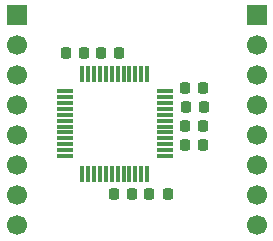
<source format=gbr>
%TF.GenerationSoftware,KiCad,Pcbnew,9.0.5*%
%TF.CreationDate,2025-12-22T17:05:03-05:00*%
%TF.ProjectId,stm32f072cb_breakout,73746d33-3266-4303-9732-63625f627265,rev?*%
%TF.SameCoordinates,Original*%
%TF.FileFunction,Soldermask,Top*%
%TF.FilePolarity,Negative*%
%FSLAX46Y46*%
G04 Gerber Fmt 4.6, Leading zero omitted, Abs format (unit mm)*
G04 Created by KiCad (PCBNEW 9.0.5) date 2025-12-22 17:05:03*
%MOMM*%
%LPD*%
G01*
G04 APERTURE LIST*
G04 Aperture macros list*
%AMRoundRect*
0 Rectangle with rounded corners*
0 $1 Rounding radius*
0 $2 $3 $4 $5 $6 $7 $8 $9 X,Y pos of 4 corners*
0 Add a 4 corners polygon primitive as box body*
4,1,4,$2,$3,$4,$5,$6,$7,$8,$9,$2,$3,0*
0 Add four circle primitives for the rounded corners*
1,1,$1+$1,$2,$3*
1,1,$1+$1,$4,$5*
1,1,$1+$1,$6,$7*
1,1,$1+$1,$8,$9*
0 Add four rect primitives between the rounded corners*
20,1,$1+$1,$2,$3,$4,$5,0*
20,1,$1+$1,$4,$5,$6,$7,0*
20,1,$1+$1,$6,$7,$8,$9,0*
20,1,$1+$1,$8,$9,$2,$3,0*%
G04 Aperture macros list end*
%ADD10R,0.300000X1.475000*%
%ADD11R,1.475000X0.300000*%
%ADD12R,1.700000X1.700000*%
%ADD13C,1.700000*%
%ADD14RoundRect,0.225000X0.225000X0.250000X-0.225000X0.250000X-0.225000X-0.250000X0.225000X-0.250000X0*%
%ADD15RoundRect,0.225000X-0.225000X-0.250000X0.225000X-0.250000X0.225000X0.250000X-0.225000X0.250000X0*%
G04 APERTURE END LIST*
D10*
%TO.C,IC1*%
X145912000Y-84588000D03*
X146412000Y-84588000D03*
X146912000Y-84588000D03*
X147412000Y-84588000D03*
X147912000Y-84588000D03*
X148412000Y-84588000D03*
X148912000Y-84588000D03*
X149412000Y-84588000D03*
X149912000Y-84588000D03*
X150412000Y-84588000D03*
X150912000Y-84588000D03*
X151412000Y-84588000D03*
D11*
X152900000Y-83100000D03*
X152900000Y-82600000D03*
X152900000Y-82100000D03*
X152900000Y-81600000D03*
X152900000Y-81100000D03*
X152900000Y-80600000D03*
X152900000Y-80100000D03*
X152900000Y-79600000D03*
X152900000Y-79100000D03*
X152900000Y-78600000D03*
X152900000Y-78100000D03*
X152900000Y-77600000D03*
D10*
X151412000Y-76112000D03*
X150912000Y-76112000D03*
X150412000Y-76112000D03*
X149912000Y-76112000D03*
X149412000Y-76112000D03*
X148912000Y-76112000D03*
X148412000Y-76112000D03*
X147912000Y-76112000D03*
X147412000Y-76112000D03*
X146912000Y-76112000D03*
X146412000Y-76112000D03*
X145912000Y-76112000D03*
D11*
X144424000Y-77600000D03*
X144424000Y-78100000D03*
X144424000Y-78600000D03*
X144424000Y-79100000D03*
X144424000Y-79600000D03*
X144424000Y-80100000D03*
X144424000Y-80600000D03*
X144424000Y-81100000D03*
X144424000Y-81600000D03*
X144424000Y-82100000D03*
X144424000Y-82600000D03*
X144424000Y-83100000D03*
%TD*%
D12*
%TO.C,J2*%
X160670000Y-71170000D03*
D13*
X160670000Y-73710000D03*
X160670000Y-76250000D03*
X160670000Y-78790000D03*
X160670000Y-81330000D03*
X160670000Y-83870000D03*
X160670000Y-86410000D03*
X160670000Y-88950000D03*
%TD*%
D14*
%TO.C,C7*%
X146062000Y-74350000D03*
X144512000Y-74350000D03*
%TD*%
D15*
%TO.C,C3*%
X154612000Y-80550000D03*
X156162000Y-80550000D03*
%TD*%
%TO.C,C8*%
X147512000Y-74350000D03*
X149062000Y-74350000D03*
%TD*%
%TO.C,C4*%
X154612000Y-82150000D03*
X156162000Y-82150000D03*
%TD*%
D14*
%TO.C,C9*%
X150162000Y-86350000D03*
X148612000Y-86350000D03*
%TD*%
D15*
%TO.C,C1*%
X154612000Y-77350000D03*
X156162000Y-77350000D03*
%TD*%
%TO.C,C2*%
X154662000Y-78950000D03*
X156212000Y-78950000D03*
%TD*%
%TO.C,C10*%
X151587000Y-86350000D03*
X153137000Y-86350000D03*
%TD*%
D12*
%TO.C,J1*%
X140350000Y-71170000D03*
D13*
X140350000Y-73710000D03*
X140350000Y-76250000D03*
X140350000Y-78790000D03*
X140350000Y-81330000D03*
X140350000Y-83870000D03*
X140350000Y-86410000D03*
X140350000Y-88950000D03*
%TD*%
M02*

</source>
